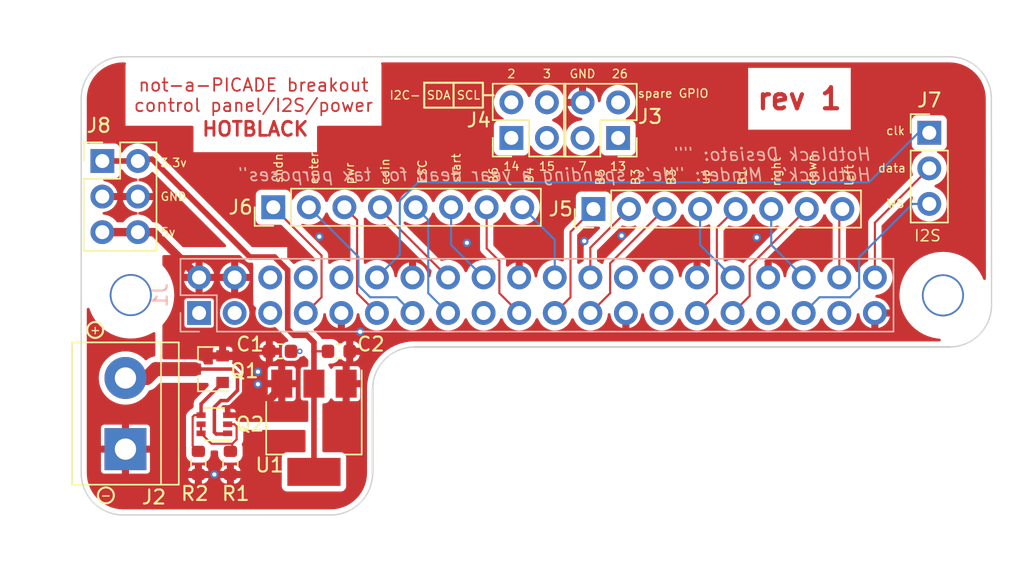
<source format=kicad_pcb>
(kicad_pcb (version 20211014) (generator pcbnew)
  (layers (0 "F.Cu" signal) (1 "In1.Cu" signal) (2 "In2.Cu" signal) (31 "B.Cu" signal) (34 "B.Paste" user) (35 "F.Paste" user) (36 "B.SilkS" user "B.Silkscreen") (37 "F.SilkS" user "F.Silkscreen") (38 "B.Mask" user) (39 "F.Mask" user) (44 "Edge.Cuts" user))
  (net 0 "")
  (net 1 "GND")
  (net 2 "/ID_SD_EEPROM")
  (net 3 "/ID_SC_EEPROM")
  (net 4 "Net-(Q1-Pad1)")
  (net 5 "/P3V3_HAT")
  (net 6 "/P5V_HAT")
  (net 7 "/P5V")
  (net 10 "/SP_GPIO_2")
  (net 11 "/SHUTDOWN")
  (net 12 "/SP_GPIO_14")
  (net 13 "/SP_GPIO_15")
  (net 14 "/PWR_BUTT")
  (net 15 "/I2S_CLOCK")
  (net 16 "/ENTER")
  (net 17 "/ESC")
  (net 18 "/COIN")
  (net 19 "/BUTT_6")
  (net 20 "/BUTT_5")
  (net 21 "/BUTT_4")
  (net 22 "/BUTT_2")
  (net 23 "/BUTT_3")
  (net 24 "/BUTT_1")
  (net 25 "/JOY_DOWN")
  (net 26 "/JOY_UP")
  (net 27 "/SP_GPIO_13")
  (net 28 "/I2S_WS")
  (net 29 "/JOY_RIGHT")
  (net 30 "/JOY_LEFT")
  (net 31 "/I2S_DATA")
  (net 32 "/SP_GPIO_3")
  (net 33 "/START")
  (net 34 "/SP_GPIO_7")
  (net 35 "/SP_GPIO_26")
  (net 36 "Net-(Q2-Pad2)")
  (footprint "project_footprints:NPTH_3mm_ID" (layer "F.Cu") (at 82.04 64.31)
    (fp_text reference "H1" (at 0.06 0.09) (layer "F.SilkS"))
    (fp_text value "3mm_Mounting_Hole" hide)
    (pad "" np_thru_hole circle locked (at 0 0) (size 3 3) (drill 2.75) (layers *.Cu *.Mask) (clearance 1.6))
  )
  (footprint "project_footprints:NPTH_3mm_ID" (layer "F.Cu") (at 140.04 64.33)
    (fp_text reference "H2" (at 0.06 0.09) (layer "F.SilkS"))
    (fp_text value "3mm_Mounting_Hole" hide)
    (pad "" np_thru_hole circle locked (at 0 0) (size 3 3) (drill 2.75) (layers *.Cu *.Mask) (clearance 1.6))
  )
  (footprint "Resistor_SMD:R_0603_1608Metric" (layer "F.Cu") (at 89.154 76.2975 -90)
    (fp_text reference "R1" (at 2.1885 -0.381) (layer "F.SilkS"))
    (fp_text value "10K")
    (fp_line (start -0.237258 -0.5225) (end 0.237258 -0.5225) (layer "F.SilkS") (width 0.12))
    (fp_line (start -0.237258 0.5225) (end 0.237258 0.5225) (layer "F.SilkS") (width 0.12))
    (pad "1" smd roundrect (at -0.825 0 270) (size 0.8 0.95) (layers "F.Cu" "F.Paste" "F.Mask") (net 36 "Net-(Q2-Pad2)"))
    (pad "2" smd roundrect (at 0.825 0 270) (size 0.8 0.95) (layers "F.Cu" "F.Paste" "F.Mask") (net 1 "GND"))
  )
  (footprint "Resistor_SMD:R_0603_1608Metric" (layer "F.Cu") (at 86.868 76.2975 -90)
    (fp_text reference "R2" (at 2.1885 0.254) (layer "F.SilkS"))
    (fp_text value "47K")
    (fp_line (start -0.237258 -0.5225) (end 0.237258 -0.5225) (layer "F.SilkS") (width 0.12))
    (fp_line (start -0.237258 0.5225) (end 0.237258 0.5225) (layer "F.SilkS") (width 0.12))
    (pad "1" smd roundrect (at -0.825 0 270) (size 0.8 0.95) (layers "F.Cu" "F.Paste" "F.Mask") (net 4 "Net-(Q1-Pad1)"))
    (pad "2" smd roundrect (at 0.825 0 270) (size 0.8 0.95) (layers "F.Cu" "F.Paste" "F.Mask") (net 1 "GND"))
  )
  (footprint "Package_TO_SOT_SMD:SOT-23" (layer "F.Cu") (at 87.6 69.6 180)
    (fp_text reference "Q1" (at -2.57 -0.123 180) (layer "F.SilkS"))
    (fp_text value "DMG2305UX")
    (fp_line (start 0.76 1.58) (end 0.76 0.65) (layer "F.SilkS") (width 0.12))
    (fp_line (start 0.76 1.58) (end -0.7 1.58) (layer "F.SilkS") (width 0.12))
    (fp_line (start 0.76 -1.58) (end 0.76 -0.65) (layer "F.SilkS") (width 0.12))
    (fp_line (start 0.76 -1.58) (end -1.4 -1.58) (layer "F.SilkS") (width 0.12))
    (pad "1" smd rect locked (at -1 -0.95 180) (size 0.9 0.8) (layers "F.Cu" "F.Paste" "F.Mask") (net 4 "Net-(Q1-Pad1)"))
    (pad "2" smd rect locked (at -1 0.95 180) (size 0.9 0.8) (layers "F.Cu" "F.Paste" "F.Mask") (net 6 "/P5V_HAT"))
    (pad "3" smd rect locked (at 1 0 180) (size 0.9 0.8) (layers "F.Cu" "F.Paste" "F.Mask") (net 7 "/P5V"))
  )
  (footprint "Capacitor_SMD:C_0603_1608Metric" (layer "F.Cu") (at 92.71 68.326)
    (fp_text reference "C1" (at -2.159 -0.508) (layer "F.SilkS"))
    (fp_text value "22uF")
    (fp_line (start -0.14058 0.51) (end 0.14058 0.51) (layer "F.SilkS") (width 0.12))
    (fp_line (start -0.14058 -0.51) (end 0.14058 -0.51) (layer "F.SilkS") (width 0.12))
    (pad "1" smd roundrect (at -0.775 0) (size 0.9 0.95) (layers "F.Cu" "F.Paste" "F.Mask") (net 6 "/P5V_HAT"))
    (pad "2" smd roundrect (at 0.775 0) (size 0.9 0.95) (layers "F.Cu" "F.Paste" "F.Mask") (net 1 "GND"))
  )
  (footprint "Connector_PinHeader_2.54mm:PinHeader_2x02_P2.54mm_Vertical" (layer "F.Cu") (at 109.22 53.086 90)
    (fp_text reference "J4" (at 1.27 -2.33 180) (layer "F.SilkS"))
    (fp_text value "Conn_02x02_Odd_Even")
    (fp_line (start 3.87 -1.33) (end 3.87 3.87) (layer "F.SilkS") (width 0.12))
    (fp_line (start -1.33 -1.33) (end 0 -1.33) (layer "F.SilkS") (width 0.12))
    (fp_line (start 1.27 -1.33) (end 3.87 -1.33) (layer "F.SilkS") (width 0.12))
    (fp_line (start -1.33 0) (end -1.33 -1.33) (layer "F.SilkS") (width 0.12))
    (fp_line (start 1.27 1.27) (end 1.27 -1.33) (layer "F.SilkS") (width 0.12))
    (fp_line (start -1.33 1.27) (end 1.27 1.27) (layer "F.SilkS") (width 0.12))
    (fp_line (start -1.33 1.27) (end -1.33 3.87) (layer "F.SilkS") (width 0.12))
    (fp_line (start -1.33 3.87) (end 3.87 3.87) (layer "F.SilkS") (width 0.12))
    (pad "1" thru_hole rect (at 0 0 90) (size 1.7 1.7) (drill 1) (layers *.Cu *.Mask) (net 12 "/SP_GPIO_14"))
    (pad "2" thru_hole oval (at 2.54 0 90) (size 1.7 1.7) (drill 1) (layers *.Cu *.Mask) (net 10 "/SP_GPIO_2"))
    (pad "3" thru_hole oval (at 0 2.54 90) (size 1.7 1.7) (drill 1) (layers *.Cu *.Mask) (net 13 "/SP_GPIO_15"))
    (pad "4" thru_hole oval (at 2.54 2.54 90) (size 1.7 1.7) (drill 1) (layers *.Cu *.Mask) (net 32 "/SP_GPIO_3"))
  )
  (footprint "Connector_PinHeader_2.54mm:PinHeader_1x03_P2.54mm_Vertical" (layer "F.Cu") (at 139.065 52.72)
    (fp_text reference "J7" (at 0 -2.33) (layer "F.SilkS"))
    (fp_text value "Conn_01x03_Male")
    (fp_line (start -1.33 6.41) (end 1.33 6.41) (layer "F.SilkS") (width 0.12))
    (fp_line (start -1.33 0) (end -1.33 -1.33) (layer "F.SilkS") (width 0.12))
    (fp_line (start -1.33 1.27) (end 1.33 1.27) (layer "F.SilkS") (width 0.12))
    (fp_line (start 1.33 1.27) (end 1.33 6.41) (layer "F.SilkS") (width 0.12))
    (fp_line (start -1.33 -1.33) (end 0 -1.33) (layer "F.SilkS") (width 0.12))
    (fp_line (start -1.33 1.27) (end -1.33 6.41) (layer "F.SilkS") (width 0.12))
    (pad "1" thru_hole rect (at 0 0) (size 1.7 1.7) (drill 1) (layers *.Cu *.Mask) (net 15 "/I2S_CLOCK"))
    (pad "2" thru_hole oval (at 0 2.54) (size 1.7 1.7) (drill 1) (layers *.Cu *.Mask) (net 31 "/I2S_DATA"))
    (pad "3" thru_hole oval (at 0 5.08) (size 1.7 1.7) (drill 1) (layers *.Cu *.Mask) (net 28 "/I2S_WS"))
  )
  (footprint "Connector_PinHeader_2.54mm:PinHeader_2x03_P2.54mm_Vertical" (layer "F.Cu") (at 80.01 54.737)
    (fp_text reference "J8" (at -0.254 -2.54) (layer "F.SilkS"))
    (fp_text value "Conn_02x03_Odd_Even")
    (fp_line (start -1.33 1.27) (end -1.33 6.41) (layer "F.SilkS") (width 0.12))
    (fp_line (start -1.33 -1.33) (end 0 -1.33) (layer "F.SilkS") (width 0.12))
    (fp_line (start -1.33 0) (end -1.33 -1.33) (layer "F.SilkS") (width 0.12))
    (fp_line (start 1.27 1.27) (end 1.27 -1.33) (layer "F.SilkS") (width 0.12))
    (fp_line (start 1.27 -1.33) (end 3.87 -1.33) (layer "F.SilkS") (width 0.12))
    (fp_line (start -1.33 6.41) (end 3.87 6.41) (layer "F.SilkS") (width 0.12))
    (fp_line (start -1.33 1.27) (end 1.27 1.27) (layer "F.SilkS") (width 0.12))
    (fp_line (start 3.87 -1.33) (end 3.87 6.41) (layer "F.SilkS") (width 0.12))
    (pad "1" thru_hole rect (at 0 0) (size 1.7 1.7) (drill 1) (layers *.Cu *.Mask) (net 5 "/P3V3_HAT"))
    (pad "2" thru_hole oval (at 2.54 0) (size 1.7 1.7) (drill 1) (layers *.Cu *.Mask) (net 5 "/P3V3_HAT"))
    (pad "3" thru_hole oval (at 0 2.54) (size 1.7 1.7) (drill 1) (layers *.Cu *.Mask) (net 1 "GND"))
    (pad "4" thru_hole oval (at 2.54 2.54) (size 1.7 1.7) (drill 1) (layers *.Cu *.Mask) (net 1 "GND"))
    (pad "5" thru_hole oval (at 0 5.08) (size 1.7 1.7) (drill 1) (layers *.Cu *.Mask) (net 6 "/P5V_HAT"))
    (pad "6" thru_hole oval (at 2.54 5.08) (size 1.7 1.7) (drill 1) (layers *.Cu *.Mask) (net 6 "/P5V_HAT"))
  )
  (footprint "Connector_PinHeader_2.54mm:PinHeader_1x08_P2.54mm_Vertical" (layer "F.Cu") (at 115.077 58.166 90)
    (fp_text reference "J5" (at 0 -2.33 180) (layer "F.SilkS"))
    (fp_text value "Conn_01x08_Male")
    (fp_line (start -1.33 1.27) (end 1.33 1.27) (layer "F.SilkS") (width 0.12))
    (fp_line (start -1.33 19.11) (end 1.33 19.11) (layer "F.SilkS") (width 0.12))
    (fp_line (start 1.33 1.27) (end 1.33 19.11) (layer "F.SilkS") (width 0.12))
    (fp_line (start -1.33 1.27) (end -1.33 19.11) (layer "F.SilkS") (width 0.12))
    (fp_line (start -1.33 0) (end -1.33 -1.33) (layer "F.SilkS") (width 0.12))
    (fp_line (start -1.33 -1.33) (end 0 -1.33) (layer "F.SilkS") (width 0.12))
    (pad "1" thru_hole rect (at 0 0 90) (size 1.7 1.7) (drill 1) (layers *.Cu *.Mask) (net 20 "/BUTT_5"))
    (pad "2" thru_hole oval (at 0 2.54 90) (size 1.7 1.7) (drill 1) (layers *.Cu *.Mask) (net 23 "/BUTT_3"))
    (pad "3" thru_hole oval (at 0 5.08 90) (size 1.7 1.7) (drill 1) (layers *.Cu *.Mask) (net 22 "/BUTT_2"))
    (pad "4" thru_hole oval (at 0 7.62 90) (size 1.7 1.7) (drill 1) (layers *.Cu *.Mask) (net 26 "/JOY_UP"))
    (pad "5" thru_hole oval (at 0 10.16 90) (size 1.7 1.7) (drill 1) (layers *.Cu *.Mask) (net 24 "/BUTT_1"))
    (pad "6" thru_hole oval (at 0 12.7 90) (size 1.7 1.7) (drill 1) (layers *.Cu *.Mask) (net 29 "/JOY_RIGHT"))
    (pad "7" thru_hole oval (at 0 15.24 90) (size 1.7 1.7) (drill 1) (layers *.Cu *.Mask) (net 25 "/JOY_DOWN"))
    (pad "8" thru_hole oval (at 0 17.78 90) (size 1.7 1.7) (drill 1) (layers *.Cu *.Mask) (net 30 "/JOY_LEFT"))
  )
  (footprint "Package_TO_SOT_SMD:SOT-363_SC-70-6" (layer "F.Cu") (at 88.011 73.533 180)
    (fp_text reference "Q2" (at -2.54 0) (layer "F.SilkS"))
    (fp_text value "MMDT5401")
    (fp_line (start -0.7 1.16) (end 0.7 1.16) (layer "F.SilkS") (width 0.12))
    (fp_line (start 0.7 -1.16) (end -1.2 -1.16) (layer "F.SilkS") (width 0.12))
    (pad "1" smd rect (at -0.95 -0.65 180) (size 0.65 0.4) (layers "F.Cu" "F.Paste" "F.Mask") (net 7 "/P5V"))
    (pad "2" smd rect (at -0.95 0 180) (size 0.65 0.4) (layers "F.Cu" "F.Paste" "F.Mask") (net 36 "Net-(Q2-Pad2)"))
    (pad "3" smd rect (at -0.95 0.65 180) (size 0.65 0.4) (layers "F.Cu" "F.Paste" "F.Mask") (net 6 "/P5V_HAT"))
    (pad "4" smd rect (at 0.95 0.65 180) (size 0.65 0.4) (layers "F.Cu" "F.Paste" "F.Mask") (net 4 "Net-(Q1-Pad1)"))
    (pad "5" smd rect (at 0.95 0 180) (size 0.65 0.4) (layers "F.Cu" "F.Paste" "F.Mask") (net 36 "Net-(Q2-Pad2)"))
    (pad "6" smd rect (at 0.95 -0.65 180) (size 0.65 0.4) (layers "F.Cu" "F.Paste" "F.Mask") (net 36 "Net-(Q2-Pad2)"))
  )
  (footprint "TerminalBlock:TerminalBlock_bornier-2_P5.08mm" (layer "F.Cu") (at 81.661 75.311 90)
    (fp_text reference "J2" (at -3.429 2.032 180) (layer "F.SilkS"))
    (fp_text value "Screw_Terminal_01x02")
    (fp_line (start -2.54 3.81) (end 7.62 3.81) (layer "F.SilkS") (width 0.12))
    (fp_line (start 7.62 -3.81) (end -2.54 -3.81) (layer "F.SilkS") (width 0.12))
    (fp_line (start -2.54 -3.81) (end -2.54 3.81) (layer "F.SilkS") (width 0.12))
    (fp_line (start 7.62 2.54) (end -2.54 2.54) (layer "F.SilkS") (width 0.12))
    (fp_line (start 7.62 3.81) (end 7.62 -3.81) (layer "F.SilkS") (width 0.12))
    (pad "1" thru_hole rect (at 0 0 90) (size 3 3) (drill 1.52) (layers *.Cu *.Mask) (net 1 "GND"))
    (pad "2" thru_hole circle (at 5.08 0 90) (size 3 3) (drill 1.52) (layers *.Cu *.Mask) (net 7 "/P5V"))
  )
  (footprint "Package_TO_SOT_SMD:SOT-223-3_TabPin2" (layer "F.Cu") (at 95.123 73.787 -90)
    (fp_text reference "U1" (at 2.667 3.175 180) (layer "F.SilkS"))
    (fp_text value "AMS1117-3.3")
    (fp_line (start 1.91 3.41) (end 1.91 2.15) (layer "F.SilkS") (width 0.12))
    (fp_line (start 1.91 -3.41) (end 1.91 -2.15) (layer "F.SilkS") (width 0.12))
    (fp_line (start -1.85 3.41) (end 1.91 3.41) (layer "F.SilkS") (width 0.12))
    (fp_line (start -4.1 -3.41) (end 1.91 -3.41) (layer "F.SilkS") (width 0.12))
    (pad "1" smd rect (at -3.15 -2.3 270) (size 2 1.5) (layers "F.Cu" "F.Paste" "F.Mask") (net 1 "GND"))
    (pad "2" smd rect (at 3.15 0 270) (size 2 3.8) (layers "F.Cu" "F.Paste" "F.Mask") (net 5 "/P3V3_HAT"))
    (pad "2" smd rect (at -3.15 0 270) (size 2 1.5) (layers "F.Cu" "F.Paste" "F.Mask") (net 5 "/P3V3_HAT"))
    (pad "3" smd rect (at -3.15 2.3 270) (size 2 1.5) (layers "F.Cu" "F.Paste" "F.Mask") (net 6 "/P5V_HAT"))
  )
  (footprint "Connector_PinHeader_2.54mm:PinHeader_2x02_P2.54mm_Vertical" (layer "F.Cu") (at 116.845 53.091 180)
    (fp_text reference "J3" (at -2.281 1.529) (layer "F.SilkS"))
    (fp_text value "Conn_02x02_Odd_Even")
    (fp_line (start -1.33 1.27) (end 1.27 1.27) (layer "F.SilkS") (width 0.12))
    (fp_line (start 1.27 1.27) (end 1.27 -1.33) (layer "F.SilkS") (width 0.12))
    (fp_line (start -1.33 0) (end -1.33 -1.33) (layer "F.SilkS") (width 0.12))
    (fp_line (start 1.27 -1.33) (end 3.87 -1.33) (layer "F.SilkS") (width 0.12))
    (fp_line (start -1.33 -1.33) (end 0 -1.33) (layer "F.SilkS") (width 0.12))
    (fp_line (start -1.33 1.27) (end -1.33 3.87) (layer "F.SilkS") (width 0.12))
    (fp_line (start 3.87 -1.33) (end 3.87 3.87) (layer "F.SilkS") (width 0.12))
    (fp_line (start -1.33 3.87) (end 3.87 3.87) (layer "F.SilkS") (width 0.12))
    (pad "1" thru_hole rect (at 0 0 180) (size 1.7 1.7) (drill 1) (layers *.Cu *.Mask) (net 27 "/SP_GPIO_13"))
    (pad "2" thru_hole oval (at 2.54 0 180) (size 1.7 1.7) (drill 1) (layers *.Cu *.Mask) (net 34 "/SP_GPIO_7"))
    (pad "3" thru_hole oval (at 0 2.54 180) (size 1.7 1.7) (drill 1) (layers *.Cu *.Mask) (net 35 "/SP_GPIO_26"))
    (pad "4" thru_hole oval (at 2.54 2.54 180) (size 1.7 1.7) (drill 1) (layers *.Cu *.Mask) (net 1 "GND"))
  )
  (footprint "Connector_PinHeader_2.54mm:PinHeader_1x08_P2.54mm_Vertical" (layer "F.Cu") (at 92.217 58.039 90)
    (fp_text reference "J6" (at 0 -2.33 180) (layer "F.SilkS"))
    (fp_text value "Conn_01x08_Male")
    (fp_line (start -1.33 19.11) (end 1.33 19.11) (layer "F.SilkS") (width 0.12))
    (fp_line (start -1.33 1.27) (end -1.33 19.11) (layer "F.SilkS") (width 0.12))
    (fp_line (start -1.33 -1.33) (end 0 -1.33) (layer "F.SilkS") (width 0.12))
    (fp_line (start -1.33 0) (end -1.33 -1.33) (layer "F.SilkS") (width 0.12))
    (fp_line (start -1.33 1.27) (end 1.33 1.27) (layer "F.SilkS") (width 0.12))
    (fp_line (start 1.33 1.27) (end 1.33 19.11) (layer "F.SilkS") (width 0.12))
    (pad "1" thru_hole rect (at 0 0 90) (size 1.7 1.7) (drill 1) (layers *.Cu *.Mask) (net 11 "/SHUTDOWN"))
    (pad "2" thru_hole oval (at 0 2.54 90) (size 1.7 1.7) (drill 1) (layers *.Cu *.Mask) (net 16 "/ENTER"))
    (pad "3" thru_hole oval (at 0 5.08 90) (size 1.7 1.7) (drill 1) (layers *.Cu *.Mask) (net 14 "/PWR_BUTT"))
    (pad "4" thru_hole oval (at 0 7.62 90) (size 1.7 1.7) (drill 1) (layers *.Cu *.Mask) (net 18 "/COIN"))
    (pad "5" thru_hole oval (at 0 10.16 90) (size 1.7 1.7) (drill 1) (layers *.Cu *.Mask) (net 17 "/ESC"))
    (pad "6" thru_hole oval (at 0 12.7 90) (size 1.7 1.7) (drill 1) (layers *.Cu *.Mask) (net 33 "/START"))
    (pad "7" thru_hole oval (at 0 15.24 90) (size 1.7 1.7) (drill 1) (layers *.Cu *.Mask) (net 19 "/BUTT_6"))
    (pad "8" thru_hole oval (at 0 17.78 90) (size 1.7 1.7) (drill 1) (layers *.Cu *.Mask) (net 21 "/BUTT_4"))
  )
  (footprint "Capacitor_SMD:C_0603_1608Metric" (layer "F.Cu") (at 96.901 68.326)
    (fp_text reference "C2" (at 2.286 -0.508) (layer "F.SilkS"))
    (fp_text value "22uF")
    (fp_line (start -0.14058 0.51) (end 0.14058 0.51) (layer "F.SilkS") (width 0.12))
    (fp_line (start -0.14058 -0.51) (end 0.14058 -0.51) (layer "F.SilkS") (width 0.12))
    (pad "1" smd roundrect (at -0.775 0) (size 0.9 0.95) (layers "F.Cu" "F.Paste" "F.Mask") (net 5 "/P3V3_HAT"))
    (pad "2" smd roundrect (at 0.775 0) (size 0.9 0.95) (layers "F.Cu" "F.Paste" "F.Mask") (net 1 "GND"))
  )
  (footprint "Connector_PinSocket_2.54mm:PinSocket_2x20_P2.54mm_Vertical" (layer "B.Cu") (at 86.92 65.59 -90)
    (fp_text reference "J1" (at -1.27 2.77 -90) (layer "B.SilkS") (effects (justify mirror)))
    (fp_text value "40HAT")
    (fp_line (start 0 1.33) (end 1.33 1.33) (layer "B.SilkS") (width 0.12))
    (fp_line (start -1.27 1.33) (end -1.27 -1.27) (layer "B.SilkS") (width 0.12))
    (fp_line (start 1.33 -1.27) (end 1.33 -49.59) (layer "B.SilkS") (width 0.12))
    (fp_line (start -3.87 1.33) (end -1.27 1.33) (layer "B.SilkS") (width 0.12))
    (fp_line (start -3.87 1.33) (end -3.87 -49.59) (layer "B.SilkS") (width 0.12))
    (fp_line (start -3.87 -49.59) (end 1.33 -49.59) (layer "B.SilkS") (width 0.12))
    (fp_line (start -1.27 -1.27) (end 1.33 -1.27) (layer "B.SilkS") (width 0.12))
    (fp_line (start 1.33 1.33) (end 1.33 0) (layer "B.SilkS") (width 0.12))
    (pad "1" thru_hole rect locked (at 0 0 270) (size 1.7 1.7) (drill 1) (layers *.Cu *.Mask))
    (pad "2" thru_hole oval locked (at -2.54 0 270) (size 1.7 1.7) (drill 1) (layers *.Cu *.Mask) (net 6 "/P5V_HAT"))
    (pad "3" thru_hole oval locked (at 0 -2.54 270) (size 1.7 1.7) (drill 1) (layers *.Cu *.Mask) (net 10 "/SP_GPIO_2"))
    (pad "4" thru_hole oval locked (at -2.54 -2.54 270) (size 1.7 1.7) (drill 1) (layers *.Cu *.Mask) (net 6 "/P5V_HAT"))
    (pad "5" thru_hole oval locked (at 0 -5.08 270) (size 1.7 1.7) (drill 1) (layers *.Cu *.Mask) (net 32 "/SP_GPIO_3"))
    (pad "6" thru_hole oval locked (at -2.54 -5.08 270) (size 1.7 1.7) (drill 1) (layers *.Cu *.Mask) (net 1 "GND"))
    (pad "7" thru_hole oval locked (at 0 -7.62 270) (size 1.7 1.7) (drill 1) (layers *.Cu *.Mask) (net 11 "/SHUTDOWN"))
    (pad "8" thru_hole oval locked (at -2.54 -7.62 270) (size 1.7 1.7) (drill 1) (layers *.Cu *.Mask) (net 12 "/SP_GPIO_14"))
    (pad "9" thru_hole oval locked (at 0 -10.16 270) (size 1.7 1.7) (drill 1) (layers *.Cu *.Mask) (net 1 "GND"))
    (pad "10" thru_hole oval locked (at -2.54 -10.16 270) (size 1.7 1.7) (drill 1) (layers *.Cu *.Mask) (net 13 "/SP_GPIO_15"))
    (pad "11" thru_hole oval locked (at 0 -12.7 270) (size 1.7 1.7) (drill 1) (layers *.Cu *.Mask) (net 14 "/PWR_BUTT"))
    (pad "12" thru_hole oval locked (at -2.54 -12.7 270) (size 1.7 1.7) (drill 1) (layers *.Cu *.Mask) (net 15 "/I2S_CLOCK"))
    (pad "13" thru_hole oval locked (at 0 -15.24 270) (size 1.7 1.7) (drill 1) (layers *.Cu *.Mask) (net 16 "/ENTER"))
    (pad "14" thru_hole oval locked (at -2.54 -15.24 270) (size 1.7 1.7) (drill 1) (layers *.Cu *.Mask) (net 1 "GND"))
    (pad "15" thru_hole oval locked (at 0 -17.78 270) (size 1.7 1.7) (drill 1) (layers *.Cu *.Mask) (net 17 "/ESC"))
    (pad "16" thru_hole oval locked (at -2.54 -17.78 270) (size 1.7 1.7) (drill 1) (layers *.Cu *.Mask) (net 18 "/COIN"))
    (pad "17" thru_hole oval locked (at 0 -20.32 270) (size 1.7 1.7) (drill 1) (layers *.Cu *.Mask))
    (pad "18" thru_hole oval locked (at -2.54 -20.32 270) (size 1.7 1.7) (drill 1) (layers *.Cu *.Mask) (net 33 "/START"))
    (pad "19" thru_hole oval locked (at 0 -22.86 270) (size 1.7 1.7) (drill 1) (layers *.Cu *.Mask) (net 19 "/BUTT_6"))
    (pad "20" thru_hole oval locked (at -2.54 -22.86 270) (size 1.7 1.7) (drill 1) (layers *.Cu *.Mask) (net 1 "GND"))
    (pad "21" thru_hole oval locked (at 0 -25.4 270) (size 1.7 1.7) (drill 1) (layers *.Cu *.Mask) (net 20 "/BUTT_5"))
    (pad "22" thru_hole oval locked (at -2.54 -25.4 270) (size 1.7 1.7) (drill 1) (layers *.Cu *.Mask) (net 21 "/BUTT_4"))
    (pad "23" thru_hole oval locked (at 0 -27.94 270) (size 1.7 1.7) (drill 1) (layers *.Cu *.Mask) (net 22 "/BUTT_2"))
    (pad "24" thru_hole oval locked (at -2.54 -27.94 270) (size 1.7 1.7) (drill 1) (layers *.Cu *.Mask) (net 23 "/BUTT_3"))
    (pad "25" thru_hole oval locked (at 0 -30.48 270) (size 1.7 1.7) (drill 1) (layers *.Cu *.Mask) (net 1 "GND"))
    (pad "26" thru_hole oval locked (at -2.54 -30.48 270) (size 1.7 1.7) (drill 1) (layers *.Cu *.Mask) (net 34 "/SP_GPIO_7"))
    (pad "27" thru_hole oval locked (at 0 -33.02 270) (size 1.7 1.7) (drill 1) (layers *.Cu *.Mask) (net 2 "/ID_SD_EEPROM"))
    (pad "28" thru_hole oval locked (at -2.54 -33.02 270) (size 1.7 1.7) (drill 1) (layers *.Cu *.Mask) (net 3 "/ID_SC_EEPROM"))
    (pad "29" thru_hole oval locked (at 0 -35.56 270) (size 1.7 1.7) (drill 1) (layers *.Cu *.Mask) (net 24 "/BUTT_1"))
    (pad "30" thru_hole oval locked (at -2.54 -35.56 270) (size 1.7 1.7) (drill 1) (layers *.Cu *.Mask) (net 1 "GND"))
    (pad "31" thru_hole oval locked (at 0 -38.1 270) (size 1.7 1.7) (drill 1) (layers *.Cu *.Mask) (net 25 "/JOY_DOWN"))
    (pad "32" thru_hole oval locked (at -2.54 -38.1 270) (size 1.7 1.7) (drill 1) (layers *.Cu *.Mask) (net 26 "/JOY_UP"))
    (pad "33" thru_hole oval locked (at 0 -40.64 270) (size 1.7 1.7) (drill 1) (layers *.Cu *.Mask) (net 27 "/SP_GPIO_13"))
    (pad "34" thru_hole oval locked (at -2.54 -40.64 270) (size 1.7 1.7) (drill 1) (layers *.Cu *.Mask) (net 1 "GND"))
    (pad "35" thru_hole oval locked (at 0 -43.18 270) (size 1.7 1.7) (drill 1) (layers *.Cu *.Mask) (net 28 "/I2S_WS"))
    (pad "36" thru_hole oval locked (at -2.54 -43.18 270) (size 1.7 1.7) (drill 1) (layers *.Cu *.Mask) (net 29 "/JOY_RIGHT"))
    (pad "37" thru_hole oval locked (at 0 -45.72 270) (size 1.7 1.7) (drill 1) (layers *.Cu *.Mask) (net 35 "/SP_GPIO_26"))
    (pad "38" thru_hole oval locked (at -2.54 -45.72 270) (size 1.7 1.7) (drill 1) (layers *.Cu *.Mask) (net 30 "/JOY_LEFT"))
    (pad "39" thru_hole oval locked (at 0 -48.26 270) (size 1.7 1.7) (drill 1) (layers *.Cu *.Mask) (net 1 "GND"))
    (pad "40" thru_hole oval locked (at -2.54 -48.26 270) (size 1.7 1.7) (drill 1) (layers *.Cu *.Mask) (net 31 "/I2S_DATA"))
  )
  (gr_line (start 107.188 50.038) (end 107.95 50.038) (layer "F.SilkS") (width 0.15))
  (gr_rect (start 102.997 49.149) (end 107.188 50.927) (layer "F.SilkS") (width 0.15) (fill none))
  (gr_circle (center 80.264 78.613) (end 80.772 78.867) (layer "F.SilkS") (width 0.15) (fill none))
  (gr_line (start 105.0925 49.149) (end 105.0925 50.927) (layer "F.SilkS") (width 0.15))
  (gr_circle (center 79.502 66.802) (end 80.01 67.056) (layer "F.SilkS") (width 0.15) (fill none))
  (gr_line (start 143.51 65.024) (end 143.49968 50.291999) (layer "Edge.Cuts") (width 0.1))
  (gr_line (start 78.49968 50.291999) (end 78.49968 77.01332) (layer "Edge.Cuts") (width 0.1))
  (gr_line (start 99.314 77.018556) (end 99.314 71.013528) (layer "Edge.Cuts") (width 0.15))
  (gr_arc (start 99.314 77.018556) (mid 98.433473 79.13649) (end 96.314005 80.01332) (layer "Edge.Cuts") (width 0.1))
  (gr_line (start 140.49968 47.291999) (end 81.49968 47.291999) (layer "Edge.Cuts") (width 0.1))
  (gr_line (start 81.49968 80.01332) (end 96.314005 80.01332) (layer "Edge.Cuts") (width 0.1))
  (gr_arc (start 99.314 71.013528) (mid 100.194527 68.895594) (end 102.313995 68.018764) (layer "Edge.Cuts") (width 0.1))
  (gr_line (start 140.510005 68.018764) (end 102.313995 68.018764) (layer "Edge.Cuts") (width 0.15))
  (gr_arc (start 140.49968 47.291999) (mid 142.621 48.170679) (end 143.49968 50.291999) (layer "Edge.Cuts") (width 0.1))
  (gr_arc (start 78.49968 50.291999) (mid 79.37836 48.170679) (end 81.49968 47.291999) (layer "Edge.Cuts") (width 0.1))
  (gr_arc (start 143.51 65.024) (mid 142.629473 67.141934) (end 140.510005 68.018764) (layer "Edge.Cuts") (width 0.1))
  (gr_arc (start 81.49968 80.01332) (mid 79.37836 79.13464) (end 78.49968 77.01332) (layer "Edge.Cuts") (width 0.1))
  (gr_text "rev 1" (at 129.794 50.292) (layer "F.Cu") (effects (font (size 1.5 1.5) (thickness 0.3))))
  (gr_text "HOTBLACK" (at 90.932 52.451) (layer "F.Cu") (effects (font (size 1 1) (thickness 0.2))))
  (gr_text "not-a-PICADE breakout\ncontrol panel/I2S/power" (at 90.805 50.038) (layer "F.Cu") (effects (font (size 0.9 0.9) (thickness 0.12))))
  (gr_text "Hotblack Desiato: {dblquote}{dblquote}\nHotblack's Minder: {dblquote}He's spending a year dead for tax purposes{dblquote}" (at 135.001 54.991) (layer "B.SilkS") (effects (font (size 0.9 0.9) (thickness 0.12) italic) (justify left mirror)))
  (gr_text "B3" (at 118.11 55.88 90) (layer "F.SilkS") (effects (font (size 0.6 0.6) (thickness 0.09))))
  (gr_text "26" (at 116.967 48.514) (layer "F.SilkS") (effects (font (size 0.6 0.6) (thickness 0.09))))
  (gr_text "2" (at 109.22 48.514) (layer "F.SilkS") (effects (font (size 0.6 0.6) (thickness 0.09))))
  (gr_text "B5" (at 115.57 55.88 90) (layer "F.SilkS") (effects (font (size 0.6 0.6) (thickness 0.09))))
  (gr_text "GND" (at 114.3 48.514) (layer "F.SilkS") (effects (font (size 0.6 0.6) (thickness 0.09))))
  (gr_text "data" (at 136.398 55.245) (layer "F.SilkS") (effects (font (size 0.6 0.6) (thickness 0.09))))
  (gr_text "B6" (at 107.95 55.753 90) (layer "F.SilkS") (effects (font (size 0.6 0.6) (thickness 0.09))))
  (gr_text "clk" (at 136.652 52.578) (layer "F.SilkS") (effects (font (size 0.6 0.6) (thickness 0.09))))
  (gr_text "up" (at 123.063 55.88 90) (layer "F.SilkS") (effects (font (size 0.6 0.6) (thickness 0.09))))
  (gr_text "3" (at 111.76 48.514) (layer "F.SilkS") (effects (font (size 0.6 0.6) (thickness 0.09))))
  (gr_text "shdn" (at 92.583 55.245 90) (layer "F.SilkS") (effects (font (size 0.6 0.6) (thickness 0.09))))
  (gr_text "WS" (at 136.652 57.785) (layer "F.SilkS") (effects (font (size 0.6 0.6) (thickness 0.09))))
  (gr_text "B3" (at 120.65 55.88 90) (layer "F.SilkS") (effects (font (size 0.6 0.6) (thickness 0.09))))
  (gr_text "ESC" (at 102.87 55.499 90) (layer "F.SilkS") (effects (font (size 0.6 0.6) (thickness 0.09))))
  (gr_text "3.3v" (at 85.09 54.864) (layer "F.SilkS") (effects (font (size 0.6 0.6) (thickness 0.09))))
  (gr_text "I2C- SDA SCL" (at 103.759 50.038) (layer "F.SilkS") (effects (font (size 0.6 0.6) (thickness 0.09))))
  (gr_text "15" (at 111.76 55.118) (layer "F.SilkS") (effects (font (size 0.6 0.6) (thickness 0.09))))
  (gr_text "+" (at 79.502 66.802) (layer "F.SilkS") (effects (font (size 0.6 0.6) (thickness 0.09))))
  (gr_text "spare GPIO" (at 120.777 49.911) (layer "F.SilkS") (effects (font (size 0.6 0.6) (thickness 0.09))))
  (gr_text "5v" (at 84.709 59.817) (layer "F.SilkS") (effects (font (size 0.6 0.6) (thickness 0.09))))
  (gr_text "B4" (at 110.49 55.753 90) (layer "F.SilkS") (effects (font (size 0.6 0.6) (thickness 0.09))))
  (gr_text "GND" (at 85.09 57.277) (layer "F.SilkS") (effects (font (size 0.6 0.6) (thickness 0.09))))
  (gr_text "-" (at 80.264 78.613) (layer "F.SilkS") (effects (font (size 0.6 0.6) (thickness 0.09))))
  (gr_text "B1" (at 125.73 55.88 90) (layer "F.SilkS") (effects (font (size 0.6 0.6) (thickness 0.09))))
  (gr_text "7" (at 114.3 55.118) (layer "F.SilkS") (effects (font (size 0.6 0.6) (thickness 0.09))))
  (gr_text "I2S" (at 138.938 60.071) (layer "F.SilkS") (effects (font (size 0.8 0.8) (thickness 0.1))))
  (gr_text "enter" (at 95.123 55.245 90) (layer "F.SilkS") (effects (font (size 0.6 0.6) (thickness 0.09))))
  (gr_text "start" (at 105.283 55.245 90) (layer "F.SilkS") (effects (font (size 0.6 0.6) (thickness 0.09))))
  (gr_text "down" (at 130.683 55.372 90) (layer "F.SilkS") (effects (font (size 0.6 0.6) (thickness 0.09))))
  (gr_text "14" (at 109.22 55.118) (layer "F.SilkS") (effects (font (size 0.6 0.6) (thickness 0.09))))
  (gr_text "coin" (at 100.203 55.499 90) (layer "F.SilkS") (effects (font (size 0.6 0.6) (thickness 0.09))))
  (gr_text "pwr" (at 97.663 55.626 90) (layer "F.SilkS") (effects (font (size 0.6 0.6) (thickness 0.09))))
  (gr_text "13" (at 116.84 55.118) (layer "F.SilkS") (effects (font (size 0.6 0.6) (thickness 0.09))))
  (gr_text "left" (at 133.35 55.753 90) (layer "F.SilkS") (effects (font (size 0.6 0.6) (thickness 0.09))))
  (gr_text "right" (at 128.143 55.499 90) (layer "F.SilkS") (effects (font (size 0.6 0.6) (thickness 0.09))))
  (segment (start 89.1655 77.1235) (end 89.2 77.089) (width 0.15) (layer "F.Cu") (net 1))
  (segment (start 86.9 77.089) (end 87.9765 77.089) (width 0.4) (layer "F.Cu") (net 1))
  (segment (start 88.011 77.1235) (end 89.1655 77.1235) (width 0.4) (layer "F.Cu") (net 1))
  (segment (start 87.9765 77.089) (end 88.011 77.1235) (width 0.15) (layer "F.Cu") (net 1))
  (via (at 95.504 60.1375) (size 0.6) (drill 0.3) (layers "F.Cu" "B.Cu") (net 1))
  (via (at 98.425 66.929) (size 0.6) (drill 0.3) (layers "F.Cu" "B.Cu") (net 1))
  (via (at 117.094 60.071) (size 0.6) (drill 0.3) (layers "F.Cu" "B.Cu") (net 1))
  (via (at 88.011 77.1235) (size 0.6) (drill 0.3) (layers "F.Cu" "B.Cu") (net 1))
  (via (at 94.107 68.326) (size 0.4) (drill 0.2) (layers "F.Cu" "B.Cu") (net 1))
  (via (at 126.746 60.198) (size 0.6) (drill 0.3) (layers "F.Cu" "B.Cu") (net 1))
  (via (at 114.427 60.452) (size 0.6) (drill 0.3) (layers "F.Cu" "B.Cu") (net 1))
  (via (at 106.045 60.579) (size 0.6) (drill 0.3) (layers "F.Cu" "B.Cu") (net 1))
  (segment (start 86.586 72.883) (end 86.461489 73.007511) (width 0.15) (layer "F.Cu") (net 4))
  (segment (start 86.461489 75.065989) (end 86.868 75.4725) (width 0.15) (layer "F.Cu") (net 4))
  (segment (start 88.6 70.55) (end 87.061 72.089) (width 0.25) (layer "F.Cu") (net 4))
  (segment (start 88.60076 70.55) (end 88.6 70.55) (width 0.25) (layer "F.Cu") (net 4))
  (segment (start 86.461489 73.007511) (end 86.461489 75.065989) (width 0.15) (layer "F.Cu") (net 4))
  (segment (start 87.061 72.089) (end 87.061 72.883) (width 0.25) (layer "F.Cu") (net 4))
  (segment (start 87.061 72.883) (end 86.586 72.883) (width 0.15) (layer "F.Cu") (net 4))
  (segment (start 93.249511 62.532435) (end 92.312076 61.595) (width 0.4) (layer "F.Cu") (net 5))
  (segment (start 95.123 68.326) (end 95.123 67.691) (width 0.4) (layer "F.Cu") (net 5))
  (segment (start 93.697 67.183) (end 93.249511 66.735511) (width 0.4) (layer "F.Cu") (net 5))
  (segment (start 95.123 67.691) (end 94.615 67.183) (width 0.4) (layer "F.Cu") (net 5))
  (segment (start 96.126 68.326) (end 95.123 68.326) (width 0.15) (layer "F.Cu") (net 5))
  (segment (start 92.312076 61.595) (end 90.551 61.595) (width 0.4) (layer "F.Cu") (net 5))
  (segment (start 95.022 68.326) (end 95.631 68.326) (width 0.15) (layer "F.Cu") (net 5))
  (segment (start 83.561 54.605) (end 82.418 54.605) (width 0.4) (layer "F.Cu") (net 5))
  (segment (start 94.615 67.183) (end 93.697 67.183) (width 0.4) (layer "F.Cu") (net 5))
  (segment (start 80.01 54.737) (end 82.55 54.737) (width 0.4) (layer "F.Cu") (net 5))
  (segment (start 90.551 61.595) (end 83.561 54.605) (width 0.4) (layer "F.Cu") (net 5))
  (segment (start 93.249511 66.735511) (end 93.249511 62.532435) (width 0.4) (layer "F.Cu") (net 5))
  (segment (start 95.123 68.326) (end 95.123 76.937) (width 0.4) (layer "F.Cu") (net 5))
  (segment (start 82.55 59.817) (end 80.01 59.817) (width 0.6) (layer "F.Cu") (net 6))
  (segment (start 86.92 63.05) (end 83.687 59.817) (width 0.6) (layer "F.Cu") (net 6))
  (segment (start 82.691 59.817) (end 82.55 59.817) (width 0.4) (layer "F.Cu") (net 6))
  (segment (start 91.122 70.676) (end 91.122 72.517) (width 0.6) (layer "F.Cu") (net 6))
  (segment (start 91.186 72.517) (end 92.4505 71.2525) (width 0.6) (layer "F.Cu") (net 6))
  (segment (start 92.4505 71.2525) (end 92.9695 71.2525) (width 0.6) (layer "F.Cu") (net 6))
  (segment (start 91.122 72.517) (end 91.186 72.517) (width 0.6) (layer "F.Cu") (net 6))
  (segment (start 91.122 72.644) (end 90.932511 72.833489) (width 0.6) (layer "F.Cu") (net 6))
  (segment (start 91.122 69.786) (end 89.986 68.65) (width 0.4) (layer "F.Cu") (net 6))
  (segment (start 83.687 59.817) (end 82.55 59.817) (width 0.6) (layer "F.Cu") (net 6))
  (segment (start 90.932511 72.833489) (end 89.010511 72.833489) (width 0.25) (layer "F.Cu") (net 6))
  (segment (start 91.122 70.676) (end 91.122 69.786) (width 0.4) (layer "F.Cu") (net 6))
  (segment (start 88.7 68.65) (end 88.7 68.6) (width 0.6) (layer "F.Cu") (net 6))
  (segment (start 89.986 68.65) (end 88.6 68.65) (width 0.6) (layer "F.Cu") (net 6))
  (via (at 91.122 70.676) (size 0.6) (drill 0.3) (layers "F.Cu" "B.Cu") (net 6))
  (via (at 91.122 69.786) (size 0.6) (drill 0.3) (layers "F.Cu" "B.Cu") (net 6))
  (segment (start 86.614 69.596) (end 89.346 69.596) (width 0.25) (layer "F.Cu") (net 7))
  (segment (start 83.185 70.231) (end 83.816 69.6) (width 1) (layer "F.Cu") (net 7))
  (segment (start 81.661 70.231) (end 83.185 70.231) (width 1) (layer "F.Cu") (net 7))
  (segment (start 89.346 69.596) (end 89.662 69.912) (width 0.25) (layer "F.Cu") (net 7))
  (segment (start 88.475489 71.844489) (end 88.011 72.308978) (width 0.25) (layer "F.Cu") (net 7))
  (segment (start 88.011 72.308978) (end 88.011 74.107022) (width 0.25) (layer "F.Cu") (net 7))
  (segment (start 88.011 74.107022) (end 88.136489 74.232511) (width 0.25) (layer "F.Cu") (net 7))
  (segment (start 83.816 69.6) (end 86.6 69.6) (width 1) (layer "F.Cu") (net 7))
  (segment (start 89.662 71.12) (end 88.937511 71.844489) (width 0.25) (layer "F.Cu") (net 7))
  (segment (start 88.937511 71.844489) (end 88.475489 71.844489) (width 0.25) (layer "F.Cu") (net 7))
  (segment (start 88.136489 74.232511) (end 88.911489 74.232511) (width 0.25) (layer "F.Cu") (net 7))
  (segment (start 89.662 69.912) (end 89.662 71.12) (width 0.25) (layer "F.Cu") (net 7))
  (segment (start 95.664511 64.465489) (end 94.54 65.59) (width 0.15) (layer "F.Cu") (net 11))
  (segment (start 95.664511 61.486511) (end 95.664511 64.465489) (width 0.15) (layer "F.Cu") (net 11))
  (segment (start 92.217 58.039) (end 95.664511 61.486511) (width 0.15) (layer "F.Cu") (net 11))
  (segment (start 98.204511 64.174511) (end 99.62 65.59) (width 0.15) (layer "F.Cu") (net 14))
  (segment (start 98.204511 58.946511) (end 98.204511 64.174511) (width 0.15) (layer "F.Cu") (net 14))
  (segment (start 97.297 58.039) (end 98.204511 58.946511) (width 0.15) (layer "F.Cu") (net 14))
  (segment (start 101.252489 57.573211) (end 102.5647 56.261) (width 0.15) (layer "B.Cu") (net 15))
  (segment (start 101.252489 61.417511) (end 101.252489 57.573211) (width 0.15) (layer "B.Cu") (net 15))
  (segment (start 138.288 52.72) (end 139.065 52.72) (width 0.15) (layer "B.Cu") (net 15))
  (segment (start 99.62 63.05) (end 101.252489 61.417511) (width 0.15) (layer "B.Cu") (net 15))
  (segment (start 134.747 56.261) (end 138.288 52.72) (width 0.15) (layer "B.Cu") (net 15))
  (segment (start 102.5647 56.261) (end 134.747 56.261) (width 0.15) (layer "B.Cu") (net 15))
  (segment (start 94.757 58.039) (end 98.298 61.58) (width 0.15) (layer "B.Cu") (net 16))
  (segment (start 101.035489 64.465489) (end 102.16 65.59) (width 0.15) (layer "B.Cu") (net 16))
  (segment (start 99.136489 64.465489) (end 101.035489 64.465489) (width 0.15) (layer "B.Cu") (net 16))
  (segment (start 98.298 61.58) (end 98.298 63.627) (width 0.15) (layer "B.Cu") (net 16))
  (segment (start 98.298 63.627) (end 99.136489 64.465489) (width 0.15) (layer "B.Cu") (net 16))
  (segment (start 103.284511 58.946511) (end 102.377 58.039) (width 0.15) (layer "B.Cu") (net 17))
  (segment (start 104.7 65.59) (end 103.284511 64.174511) (width 0.15) (layer "B.Cu") (net 17))
  (segment (start 103.284511 64.174511) (end 103.284511 58.946511) (width 0.15) (layer "B.Cu") (net 17))
  (segment (start 99.837 58.187) (end 99.837 58.039) (width 0.15) (layer "F.Cu") (net 18))
  (segment (start 104.7 63.05) (end 99.837 58.187) (width 0.15) (layer "F.Cu") (net 18))
  (segment (start 107.457 60.975) (end 108.364511 61.882511) (width 0.15) (layer "F.Cu") (net 19))
  (segment (start 107.457 58.039) (end 107.457 60.975) (width 0.15) (layer "F.Cu") (net 19))
  (segment (start 108.364511 61.882511) (end 108.364511 64.174511) (width 0.15) (layer "F.Cu") (net 19))
  (segment (start 108.364511 64.174511) (end 109.78 65.59) (width 0.15) (layer "F.Cu") (net 19))
  (segment (start 113.444511 59.798489) (end 115.077 58.166) (width 0.15) (layer "F.Cu") (net 20))
  (segment (start 113.444511 64.465489) (end 113.444511 59.798489) (width 0.15) (layer "F.Cu") (net 20))
  (segment (start 112.32 65.59) (end 113.444511 64.465489) (width 0.15) (layer "F.Cu") (net 20))
  (segment (start 112.32 60.362) (end 109.997 58.039) (width 0.15) (layer "B.Cu") (net 21))
  (segment (start 112.32 63.05) (end 112.32 60.362) (width 0.15) (layer "B.Cu") (net 21))
  (segment (start 116.275489 64.174511) (end 116.275489 62.047511) (width 0.15) (layer "F.Cu") (net 22))
  (segment (start 116.275489 64.174511) (end 114.86 65.59) (width 0.15) (layer "F.Cu") (net 22))
  (segment (start 116.275489 62.047511) (end 120.157 58.166) (width 0.15) (layer "F.Cu") (net 22))
  (segment (start 114.86 60.923) (end 114.86 63.05) (width 0.15) (layer "F.Cu") (net 23))
  (segment (start 117.617 58.166) (end 114.86 60.923) (width 0.15) (layer "F.Cu") (net 23))
  (segment (start 123.895489 59.507511) (end 125.237 58.166) (width 0.15) (layer "F.Cu") (net 24))
  (segment (start 123.895489 64.174511) (end 122.48 65.59) (width 0.15) (layer "F.Cu") (net 24))
  (segment (start 123.895489 64.174511) (end 123.895489 59.507511) (width 0.15) (layer "F.Cu") (net 24))
  (segment (start 125.02 65.59) (end 126.238 64.372) (width 0.15) (layer "F.Cu") (net 25))
  (segment (start 126.238 62.245) (end 130.317 58.166) (width 0.15) (layer "F.Cu") (net 25))
  (segment (start 126.238 64.372) (end 126.238 62.245) (width 0.15) (layer "F.Cu") (net 25))
  (segment (start 125.02 63.05) (end 122.697 60.727) (width 0.15) (layer "B.Cu") (net 26))
  (segment (start 122.697 60.727) (end 122.697 58.166) (width 0.15) (layer "B.Cu") (net 26))
  (segment (start 133.400511 64.465489) (end 134.055489 63.810511) (width 0.15) (layer "B.Cu") (net 28))
  (segment (start 139.065 57.8) (end 137.862919 57.8) (width 0.15) (layer "B.Cu") (net 28))
  (segment (start 130.1 65.59) (end 131.224511 64.465489) (width 0.15) (layer "B.Cu") (net 28))
  (segment (start 137.862919 57.8) (end 134.055489 61.60743) (width 0.15) (layer "B.Cu") (net 28))
  (segment (start 131.224511 64.465489) (end 133.400511 64.465489) (width 0.15) (layer "B.Cu") (net 28))
  (segment (start 134.055489 61.60743) (end 134.055489 63.810511) (width 0.15) (layer "B.Cu") (net 28))
  (segment (start 130.1 63.05) (end 127.777 60.727) (width 0.15) (layer "B.Cu") (net 29))
  (segment (start 127.777 60.727) (end 127.777 58.166) (width 0.15) (layer "B.Cu") (net 29))
  (segment (start 132.64 63.05) (end 132.64 58.383) (width 0.15) (layer "F.Cu") (net 30))
  (segment (start 132.64 58.383) (end 132.857 58.166) (width 0.15) (layer "F.Cu") (net 30))
  (segment (start 139.065 55.26) (end 135.18 59.145) (width 0.15) (layer "F.Cu") (net 31))
  (segment (start 135.18 59.145) (end 135.18 63.05) (width 0.15) (layer "F.Cu") (net 31))
  (segment (start 107.24 63.05) (end 104.917 60.727) (width 0.15) (layer "B.Cu") (net 33))
  (segment (start 104.917 60.727) (end 104.917 58.039) (width 0.15) (layer "B.Cu") (net 33))
  (segment (start 89.601511 73.698511) (end 89.601511 74.616511) (width 0.15) (layer "F.Cu") (net 36))
  (segment (start 88.961 73.533) (end 89.436 73.533) (width 0.15) (layer "F.Cu") (net 36))
  (segment (start 89.288022 75.338478) (end 89.154 75.4725) (width 0.15) (layer "F.Cu") (net 36))
  (segment (start 89.436 73.533) (end 89.601511 73.698511) (width 0.15) (layer "F.Cu") (net 36))
  (segment (start 89.288022 74.93) (end 87.808 74.93) (width 0.15) (layer "F.Cu") (net 36))
  (segment (start 89.601511 74.616511) (end 89.288022 74.93) (width 0.15) (layer "F.Cu") (net 36))
  (segment (start 87.061 74.183) (end 87.061 73.533) (width 0.15) (layer "F.Cu") (net 36))
  (segment (start 87.808 74.93) (end 87.061 74.183) (width 0.15) (layer "F.Cu") (net 36))
  (segment (start 89.288022 74.93) (end 89.288022 75.338478) (width 0.15) (layer "F.Cu") (net 36))
  (zone (net 1) (net_name "GND") (layer "F.Cu") (connect_pads (clearance 0.4)) (min_thickness 0.2) (fill yes (thermal_gap 0.25) (thermal_bridge_width 0.508))
    (polygon (pts (xy 144.1 81.183) (xy 77.6 81.183) (xy 77.6 44.602) (xy 144.1 44.602)))
    (polygon (pts (xy 83.8 60.888) (xy 83.8 70.58) (xy 87.6 70.58) (xy 87.6 73.94) (xy 95.5 73.94) (xy 95.5 68.834) (xy 93.218 66.802) (xy 93.214 60.888)))
  )
  (zone (net 6) (net_name "/P5V_HAT") (layer "F.Cu") (connect_pads (clearance 0.2)) (min_thickness 0.2) (fill yes (thermal_gap 0.25) (thermal_bridge_width 0.508))
    (polygon (pts (xy 90.787 64.3) (xy 90.805 65.024) (xy 94.996 69.215) (xy 95 73.37) (xy 88.436 73.37) (xy 88.436 70.121) (xy 84.298 70.121) (xy 84.298 67.179) (xy 84.3 67.179) (xy 84.3 61.454) (xy 90.787 61.454)))
  )
  (zone (net 0) (net_name "") (layers "F.Cu" "In1.Cu" "In2.Cu" "B.Cu") (connect_pads (clearance 0)) (min_thickness 0.254)
    (keepout (tracks allowed) (vias allowed) (pads allowed) (copperpour not_allowed) (footprints not_allowed))
    (fill (thermal_gap 0.508) (thermal_bridge_width 0.508))
    (polygon (pts (xy 133.223 51.689) (xy 126.365 51.689) (xy 126.365 48.768) (xy 133.223 48.768)))
  )
)
</source>
